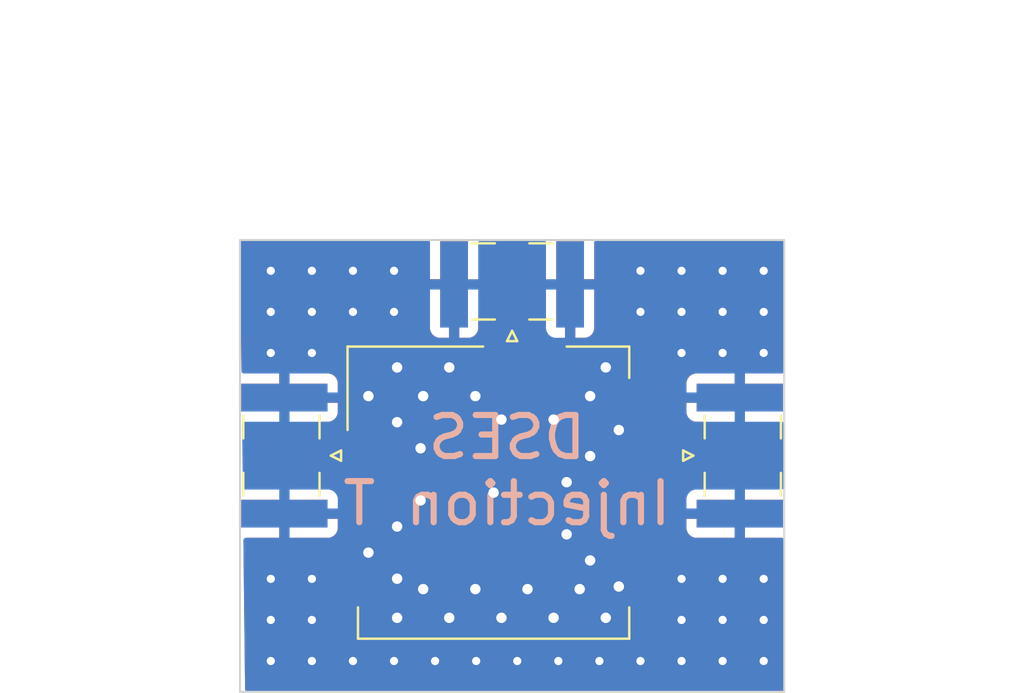
<source format=kicad_pcb>
(kicad_pcb (version 20221018) (generator pcbnew)
  (title_block (title "Injection T") (date "2023-06-22") (rev "1") (company "Deep Space Exploration Society") (comment 1 "Designed by Hans Gaensbauer"))
  (layers (0 "F.Cu" signal) (31 "B.Cu" signal) (34 "B.Paste" user) (35 "F.Paste" user) (36 "B.SilkS" user "B.Silkscreen") (37 "F.SilkS" user "F.Silkscreen") (38 "B.Mask" user) (39 "F.Mask" user) (44 "Edge.Cuts" user))
  (net 0 "")
  (net 1 "Net-(J1-In)")
  (net 2 "Net-(J2-In)")
  (net 3 "GND")
  (net 4 "Net-(J3-In)")
  (footprint "RF_Mini-Circuits:Mini-Circuits_CK605_LandPatternPL-012" (layer "F.Cu") (at 140.849 108.301)
    (fp_text reference "U1" hide)
    (fp_text value "RDP-50-2R15+")
    (fp_line (start -7.112 -7.112) (end -0.508 -7.112) (stroke (width 0.12)) (layer "F.SilkS"))
    (fp_line (start -7.112 -3.048) (end -7.112 -7.112) (stroke (width 0.12)) (layer "F.SilkS"))
    (fp_line (start -6.604 5.588) (end -6.604 7.112) (stroke (width 0.12)) (layer "F.SilkS"))
    (fp_line (start -6.604 7.112) (end 6.604 7.112) (stroke (width 0.12)) (layer "F.SilkS"))
    (fp_line (start 3.556 -7.112) (end 6.604 -7.112) (stroke (width 0.12)) (layer "F.SilkS"))
    (fp_line (start 6.604 -7.112) (end 6.604 -5.588) (stroke (width 0.12)) (layer "F.SilkS"))
    (fp_line (start 6.604 7.112) (end 6.604 5.588) (stroke (width 0.12)) (layer "F.SilkS"))
    (pad "1" thru_hole circle (at -6.096 -4.699) (size 1.016 1.016) (drill 0.508) (layers "*.Cu") (net 3 "GND"))
    (pad "1" smd rect (at -6.096 -3.429 270) (size 1.524 1.524) (layers "F.Cu" "F.Paste" "F.Mask") (net 3 "GND"))
    (pad "1" thru_hole circle (at -6.096 2.921) (size 1.016 1.016) (drill 0.508) (layers "*.Cu") (net 3 "GND"))
    (pad "1" thru_hole circle (at -4.699 -6.096) (size 1.016 1.016) (drill 0.508) (layers "*.Cu") (net 3 "GND"))
    (pad "1" thru_hole circle (at -4.699 -3.429) (size 1.016 1.016) (drill 0.508) (layers "*.Cu") (net 3 "GND"))
    (pad "1" thru_hole circle (at -4.699 1.651) (size 1.016 1.016) (drill 0.508) (layers "*.Cu") (net 3 "GND"))
    (pad "1" thru_hole circle (at -4.699 4.191) (size 1.016 1.016) (drill 0.508) (layers "*.Cu") (net 3 "GND"))
    (pad "1" thru_hole circle (at -4.699 6.096) (size 1.016 1.016) (drill 0.508) (layers "*.Cu") (net 3 "GND"))
    (pad "1" thru_hole circle (at -3.556 -2.159) (size 1.016 1.016) (drill 0.508) (layers "*.Cu") (net 3 "GND"))
    (pad "1" thru_hole circle (at -3.556 0.381) (size 1.016 1.016) (drill 0.508) (layers "*.Cu") (net 3 "GND"))
    (pad "1" smd rect (at -3.4925 -4.7625) (size 6.731 4.191) (layers "F.Cu") (net 3 "GND"))
    (pad "1" thru_hole circle (at -3.429 -4.699) (size 1.016 1.016) (drill 0.508) (layers "*.Cu") (net 3 "GND"))
    (pad "1" thru_hole circle (at -3.429 4.699) (size 1.016 1.016) (drill 0.508) (layers "*.Cu") (net 3 "GND"))
    (pad "1" thru_hole circle (at -2.159 -6.096) (size 1.016 1.016) (drill 0.508) (layers "*.Cu") (net 3 "GND"))
    (pad "1" thru_hole circle (at -2.159 6.096) (size 1.016 1.016) (drill 0.508) (layers "*.Cu") (net 3 "GND"))
    (pad "1" smd rect (at -1.27 3.8735) (size 11.176 5.969) (layers "F.Cu") (net 3 "GND"))
    (pad "1" thru_hole circle (at -0.889 -4.699) (size 1.016 1.016) (drill 0.508) (layers "*.Cu") (net 3 "GND"))
    (pad "1" thru_hole circle (at -0.889 4.699) (size 1.016 1.016) (drill 0.508) (layers "*.Cu") (net 3 "GND"))
    (pad "1" smd rect (at 0 -0.889) (size 8.636 3.556) (layers "F.Cu") (net 3 "GND"))
    (pad "1" thru_hole circle (at 0 0) (size 1.016 1.016) (drill 0.508) (layers "*.Cu") (net 3 "GND"))
    (pad "1" thru_hole circle (at 0.381 -3.556) (size 1.016 1.016) (drill 0.508) (layers "*.Cu") (net 3 "GND"))
    (pad "1" thru_hole circle (at 0.381 6.096) (size 1.016 1.016) (drill 0.508) (layers "*.Cu") (net 3 "GND"))
    (pad "1" smd rect (at 1.651 -3.4925) (size 3.556 1.651) (layers "F.Cu") (net 3 "GND"))
    (pad "1" thru_hole circle (at 1.651 4.699) (size 1.016 1.016) (drill 0.508) (layers "*.Cu") (net 3 "GND"))
    (pad "1" thru_hole circle (at 2.921 -3.556) (size 1.016 1.016) (drill 0.508) (layers "*.Cu") (net 3 "GND"))
    (pad "1" thru_hole circle (at 2.921 6.096) (size 1.016 1.016) (drill 0.508) (layers "*.Cu") (net 3 "GND"))
    (pad "1" thru_hole circle (at 3.556 -0.508) (size 1.016 1.016) (drill 0.508) (layers "*.Cu") (net 3 "GND"))
    (pad "1" thru_hole circle (at 3.556 2.032) (size 1.016 1.016) (drill 0.508) (layers "*.Cu") (net 3 "GND"))
    (pad "1" thru_hole circle (at 4.191 4.699) (size 1.016 1.016) (drill 0.508) (layers "*.Cu") (net 3 "GND"))
    (pad "1" thru_hole circle (at 4.699 -4.699) (size 1.016 1.016) (drill 0.508) (layers "*.Cu") (net 3 "GND"))
    (pad "1" thru_hole circle (at 4.699 -1.778) (size 1.016 1.016) (drill 0.508) (layers "*.Cu") (net 3 "GND"))
    (pad "1" thru_hole circle (at 4.699 3.302) (size 1.016 1.016) (drill 0.508) (layers "*.Cu") (net 3 "GND"))
    (pad "1" smd rect (at 5.1435 -3.937) (size 3.429 5.842) (layers "F.Cu") (net 3 "GND"))
    (pad "1" thru_hole circle (at 5.461 -6.096) (size 1.016 1.016) (drill 0.508) (layers "*.Cu") (net 3 "GND"))
    (pad "1" thru_hole circle (at 5.461 6.096) (size 1.016 1.016) (drill 0.508) (layers "*.Cu") (net 3 "GND"))
    (pad "1" smd rect (at 5.588 4.699) (size 2.54 4.318) (layers "F.Cu") (net 3 "GND"))
    (pad "1" thru_hole circle (at 6.096 -3.048) (size 1.016 1.016) (drill 0.508) (layers "*.Cu") (net 3 "GND"))
    (pad "1" thru_hole circle (at 6.096 4.572) (size 1.016 1.016) (drill 0.508) (layers "*.Cu") (net 3 "GND"))
    (pad "2" smd rect (at -6.096 -0.889 270) (size 1.524 1.524) (layers "F.Cu" "F.Paste" "F.Mask") (net 4 "Net-(J3-In)") (clearance 1.016))
    (pad "3" smd rect (at -6.096 1.651 270) (size 1.524 1.524) (layers "F.Cu" "F.Paste" "F.Mask") (net 3 "GND"))
    (pad "4" smd rect (at -6.096 4.191 270) (size 1.524 1.524) (layers "F.Cu" "F.Paste" "F.Mask") (net 3 "GND"))
    (pad "5" smd rect (at -3.429 6.096 270) (size 1.524 1.524) (layers "F.Cu" "F.Paste" "F.Mask") (net 3 "GND"))
    (pad "6" smd rect (at -0.889 6.096 270) (size 1.524 1.524) (layers "F.Cu" "F.Paste" "F.Mask") (net 3 "GND"))
    (pad "7" smd rect (at 1.651 6.096 270) (size 1.524 1.524) (layers "F.Cu" "F.Paste" "F.Mask") (net 3 "GND"))
    (pad "8" smd rect (at 4.191 6.096 270) (size 1.524 1.524) (layers "F.Cu" "F.Paste" "F.Mask") (net 3 "GND"))
    (pad "9" smd rect (at 6.096 3.302 270) (size 1.524 1.524) (layers "F.Cu" "F.Paste" "F.Mask") (net 3 "GND"))
    (pad "10" smd rect (at 6.096 0.762 270) (size 1.524 1.524) (layers "F.Cu" "F.Paste" "F.Mask") (net 1 "Net-(J1-In)") (clearance 1.016))
    (pad "11" smd rect (at 6.096 -1.778 270) (size 1.524 1.524) (layers "F.Cu" "F.Paste" "F.Mask") (net 3 "GND"))
    (pad "12" smd rect (at 6.096 -4.318 270) (size 1.524 1.524) (layers "F.Cu" "F.Paste" "F.Mask") (net 3 "GND"))
    (pad "13" smd rect (at 4.191 -6.096 270) (size 1.524 1.524) (layers "F.Cu" "F.Paste" "F.Mask") (net 3 "GND"))
    (pad "14" smd rect (at 1.651 -6.096 270) (size 1.524 1.524) (layers "F.Cu" "F.Paste" "F.Mask") (net 2 "Net-(J2-In)") (clearance 1.016))
    (pad "15" smd rect (at -0.889 -6.096 270) (size 1.524 1.524) (layers "F.Cu" "F.Paste" "F.Mask") (net 3 "GND"))
    (pad "16" smd rect (at -3.429 -6.096 270) (size 1.524 1.524) (layers "F.Cu" "F.Paste" "F.Mask") (net 3 "GND"))
  )
  (footprint "Connector_Coaxial:SMA_Samtec_SMA-J-P-X-ST-EM1_EdgeMount" (layer "F.Cu") (at 152.8375 106.5 90)
    (fp_text reference "J1" hide)
    (fp_text value "Conn_Coaxial")
    (fp_line (start -1.95 -1.71) (end -0.84 -1.71) (stroke (width 0.12)) (layer "F.SilkS"))
    (fp_line (start -1.95 2) (end -0.84 2) (stroke (width 0.12)) (layer "F.SilkS"))
    (fp_line (start -0.25 -2.76) (end 0 -2.26) (stroke (width 0.12)) (layer "F.SilkS"))
    (fp_line (start 0 -2.26) (end 0.25 -2.76) (stroke (width 0.12)) (layer "F.SilkS"))
    (fp_line (start 0.25 -2.76) (end -0.25 -2.76) (stroke (width 0.12)) (layer "F.SilkS"))
    (fp_line (start 0.84 -1.71) (end 1.95 -1.71) (stroke (width 0.12)) (layer "F.SilkS"))
    (fp_line (start 0.84 2) (end 1.95 2) (stroke (width 0.12)) (layer "F.SilkS"))
    (pad "1" smd rect (at 0 0.2 90) (size 1.27 3.6) (layers "F.Cu" "F.Paste" "F.Mask") (net 1 "Net-(J1-In)"))
    (pad "2" smd rect (at -2.825 0 90) (size 1.35 4.2) (layers "F.Cu" "F.Paste" "F.Mask") (net 3 "GND"))
    (pad "2" smd rect (at -2.825 0 90) (size 1.35 4.2) (layers "B.Cu" "B.Paste" "B.Mask") (net 3 "GND"))
    (pad "2" smd rect (at 2.825 0 90) (size 1.35 4.2) (layers "F.Cu" "F.Paste" "F.Mask") (net 3 "GND"))
    (pad "2" smd rect (at 2.825 0 90) (size 1.35 4.2) (layers "B.Cu" "B.Paste" "B.Mask") (net 3 "GND"))
  )
  (footprint "Connector_Coaxial:SMA_Samtec_SMA-J-P-X-ST-EM1_EdgeMount" (layer "F.Cu") (at 130.6625 106.5 -90)
    (fp_text reference "J3" hide)
    (fp_text value "Conn_Coaxial")
    (fp_line (start -1.95 -1.71) (end -0.84 -1.71) (stroke (width 0.12)) (layer "F.SilkS"))
    (fp_line (start -1.95 2) (end -0.84 2) (stroke (width 0.12)) (layer "F.SilkS"))
    (fp_line (start -0.25 -2.76) (end 0 -2.26) (stroke (width 0.12)) (layer "F.SilkS"))
    (fp_line (start 0 -2.26) (end 0.25 -2.76) (stroke (width 0.12)) (layer "F.SilkS"))
    (fp_line (start 0.25 -2.76) (end -0.25 -2.76) (stroke (width 0.12)) (layer "F.SilkS"))
    (fp_line (start 0.84 -1.71) (end 1.95 -1.71) (stroke (width 0.12)) (layer "F.SilkS"))
    (fp_line (start 0.84 2) (end 1.95 2) (stroke (width 0.12)) (layer "F.SilkS"))
    (pad "1" smd rect (at 0 0.2 270) (size 1.27 3.6) (layers "F.Cu" "F.Paste" "F.Mask") (net 4 "Net-(J3-In)"))
    (pad "2" smd rect (at -2.825 0 270) (size 1.35 4.2) (layers "F.Cu" "F.Paste" "F.Mask") (net 3 "GND"))
    (pad "2" smd rect (at -2.825 0 270) (size 1.35 4.2) (layers "B.Cu" "B.Paste" "B.Mask") (net 3 "GND"))
    (pad "2" smd rect (at 2.825 0 270) (size 1.35 4.2) (layers "F.Cu" "F.Paste" "F.Mask") (net 3 "GND"))
    (pad "2" smd rect (at 2.825 0 270) (size 1.35 4.2) (layers "B.Cu" "B.Paste" "B.Mask") (net 3 "GND"))
  )
  (footprint "Connector_Coaxial:SMA_Samtec_SMA-J-P-X-ST-EM1_EdgeMount" (layer "F.Cu") (at 141.75 98.1625 180)
    (fp_text reference "J2" hide)
    (fp_text value "Conn_Coaxial")
    (fp_line (start -1.95 -1.71) (end -0.84 -1.71) (stroke (width 0.12)) (layer "F.SilkS"))
    (fp_line (start -1.95 2) (end -0.84 2) (stroke (width 0.12)) (layer "F.SilkS"))
    (fp_line (start -0.25 -2.76) (end 0 -2.26) (stroke (width 0.12)) (layer "F.SilkS"))
    (fp_line (start 0 -2.26) (end 0.25 -2.76) (stroke (width 0.12)) (layer "F.SilkS"))
    (fp_line (start 0.25 -2.76) (end -0.25 -2.76) (stroke (width 0.12)) (layer "F.SilkS"))
    (fp_line (start 0.84 -1.71) (end 1.95 -1.71) (stroke (width 0.12)) (layer "F.SilkS"))
    (fp_line (start 0.84 2) (end 1.95 2) (stroke (width 0.12)) (layer "F.SilkS"))
    (pad "1" smd rect (at 0 0.2 180) (size 1.27 3.6) (layers "F.Cu" "F.Paste" "F.Mask") (net 2 "Net-(J2-In)"))
    (pad "2" smd rect (at -2.825 0 180) (size 1.35 4.2) (layers "F.Cu" "F.Paste" "F.Mask") (net 3 "GND"))
    (pad "2" smd rect (at -2.825 0 180) (size 1.35 4.2) (layers "B.Cu" "B.Paste" "B.Mask") (net 3 "GND"))
    (pad "2" smd rect (at 2.825 0 180) (size 1.35 4.2) (layers "F.Cu" "F.Paste" "F.Mask") (net 3 "GND"))
    (pad "2" smd rect (at 2.825 0 180) (size 1.35 4.2) (layers "B.Cu" "B.Paste" "B.Mask") (net 3 "GND"))
  )
  (gr_rect (start 128.5 96) (end 155 118) (stroke (width 0.1)) (fill none) (layer "Edge.Cuts"))
  (gr_text "DSES\nInjection T" (at 141.5 110) (layer "B.SilkS") (effects (font (size 2 2) (thickness 0.3)) (justify bottom mirror)))
  (segment (start 146.945 109.063) (end 148.187 109.063) (width 0.8) (layer "F.Cu") (net 1))
  (segment (start 150.75 106.5) (end 153.0375 106.5) (width 0.8) (layer "F.Cu") (net 1))
  (segment (start 148.187 109.063) (end 150.75 106.5) (width 0.8) (layer "F.Cu") (net 1))
  (segment (start 142.5 102.205) (end 142.5 100.75) (width 0.8) (layer "F.Cu") (net 2))
  (segment (start 141.75 100) (end 141.75 97.9625) (width 0.8) (layer "F.Cu") (net 2))
  (segment (start 142.5 100.75) (end 141.75 100) (width 0.8) (layer "F.Cu") (net 2))
  (via (at 132 114.5) (size 0.8) (drill 0.4) (layers "F.Cu" "B.Cu") (net 3))
  (via (at 154 112.5) (size 0.8) (drill 0.4) (layers "F.Cu" "B.Cu") (net 3))
  (via (at 152 97.5) (size 0.8) (drill 0.4) (layers "F.Cu" "B.Cu") (net 3))
  (via (at 136 97.5) (size 0.8) (drill 0.4) (layers "F.Cu" "B.Cu") (net 3))
  (via (at 134 99.5) (size 0.8) (drill 0.4) (layers "F.Cu" "B.Cu") (net 3))
  (via (at 134 97.5) (size 0.8) (drill 0.4) (layers "F.Cu" "B.Cu") (net 3))
  (via (at 150 97.5) (size 0.8) (drill 0.4) (layers "F.Cu" "B.Cu") (net 3))
  (via (at 148 116.5) (size 0.8) (drill 0.4) (layers "F.Cu" "B.Cu") (net 3))
  (via (at 150 116.5) (size 0.8) (drill 0.4) (layers "F.Cu" "B.Cu") (net 3))
  (via (at 136 116.5) (size 0.8) (drill 0.4) (layers "F.Cu" "B.Cu") (net 3))
  (via (at 146 116.5) (size 0.8) (drill 0.4) (layers "F.Cu" "B.Cu") (net 3))
  (via (at 150 114.5) (size 0.8) (drill 0.4) (layers "F.Cu" "B.Cu") (net 3))
  (via (at 152 112.5) (size 0.8) (drill 0.4) (layers "F.Cu" "B.Cu") (net 3))
  (via (at 130 97.5) (size 0.8) (drill 0.4) (layers "F.Cu" "B.Cu") (net 3))
  (via (at 154 116.5) (size 0.8) (drill 0.4) (layers "F.Cu" "B.Cu") (net 3))
  (via (at 154 101.5) (size 0.8) (drill 0.4) (layers "F.Cu" "B.Cu") (net 3))
  (via (at 132 116.5) (size 0.8) (drill 0.4) (layers "F.Cu" "B.Cu") (net 3))
  (via (at 144 116.5) (size 0.8) (drill 0.4) (layers "F.Cu" "B.Cu") (net 3))
  (via (at 132 112.5) (size 0.8) (drill 0.4) (layers "F.Cu" "B.Cu") (net 3))
  (via (at 150 112.5) (size 0.8) (drill 0.4) (layers "F.Cu" "B.Cu") (net 3))
  (via (at 148 97.5) (size 0.8) (drill 0.4) (layers "F.Cu" "B.Cu") (net 3))
  (via (at 154 97.5) (size 0.8) (drill 0.4) (layers "F.Cu" "B.Cu") (net 3))
  (via (at 138 116.5) (size 0.8) (drill 0.4) (layers "F.Cu" "B.Cu") (net 3))
  (via (at 136 99.5) (size 0.8) (drill 0.4) (layers "F.Cu" "B.Cu") (net 3))
  (via (at 134 116.5) (size 0.8) (drill 0.4) (layers "F.Cu" "B.Cu") (net 3))
  (via (at 154 114.5) (size 0.8) (drill 0.4) (layers "F.Cu" "B.Cu") (net 3))
  (via (at 130 116.5) (size 0.8) (drill 0.4) (layers "F.Cu" "B.Cu") (net 3))
  (via (at 152 116.5) (size 0.8) (drill 0.4) (layers "F.Cu" "B.Cu") (net 3))
  (via (at 130 101.5) (size 0.8) (drill 0.4) (layers "F.Cu" "B.Cu") (net 3))
  (via (at 152 101.5) (size 0.8) (drill 0.4) (layers "F.Cu" "B.Cu") (net 3))
  (via (at 150 99.5) (size 0.8) (drill 0.4) (layers "F.Cu" "B.Cu") (net 3))
  (via (at 148 99.5) (size 0.8) (drill 0.4) (layers "F.Cu" "B.Cu") (net 3))
  (via (at 132 99.5) (size 0.8) (drill 0.4) (layers "F.Cu" "B.Cu") (net 3))
  (via (at 130 99.5) (size 0.8) (drill 0.4) (layers "F.Cu" "B.Cu") (net 3))
  (via (at 130 112.5) (size 0.8) (drill 0.4) (layers "F.Cu" "B.Cu") (net 3))
  (via (at 150 101.5) (size 0.8) (drill 0.4) (layers "F.Cu" "B.Cu") (net 3))
  (via (at 132 101.5) (size 0.8) (drill 0.4) (layers "F.Cu" "B.Cu") (net 3))
  (via (at 142 116.5) (size 0.8) (drill 0.4) (layers "F.Cu" "B.Cu") (net 3))
  (via (at 130 114.5) (size 0.8) (drill 0.4) (layers "F.Cu" "B.Cu") (net 3))
  (via (at 154 99.5) (size 0.8) (drill 0.4) (layers "F.Cu" "B.Cu") (net 3))
  (via (at 152 114.5) (size 0.8) (drill 0.4) (layers "F.Cu" "B.Cu") (net 3))
  (via (at 132 97.5) (size 0.8) (drill 0.4) (layers "F.Cu" "B.Cu") (net 3))
  (via (at 152 99.5) (size 0.8) (drill 0.4) (layers "F.Cu" "B.Cu") (net 3))
  (via (at 140 116.5) (size 0.8) (drill 0.4) (layers "F.Cu" "B.Cu") (net 3))
  (segment (start 132.75 106.5) (end 133.662 107.412) (width 0.8) (layer "F.Cu") (net 4))
  (segment (start 133.662 107.412) (end 134.753 107.412) (width 0.8) (layer "F.Cu") (net 4))
  (segment (start 130.4625 106.5) (end 132.75 106.5) (width 0.8) (layer "F.Cu") (net 4))
  (zone (net 3) (net_name "GND") (layers "F&B.Cu") (connect_pads (clearance 0.8)) (min_thickness 0.25) (fill yes (thermal_gap 0.5) (thermal_bridge_width 0.5))
    (polygon (pts (xy 128.5 96) (xy 155 96) (xy 155 118) (xy 128.75 118)))
  )
)
</source>
